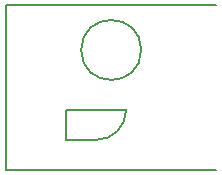
<source format=gbr>
G04 #@! TF.FileFunction,Profile,NP*
%FSLAX46Y46*%
G04 Gerber Fmt 4.6, Leading zero omitted, Abs format (unit mm)*
G04 Created by KiCad (PCBNEW 4.0.7+dfsg1-1) date Fri Jan  4 22:20:39 2019*
%MOMM*%
%LPD*%
G01*
G04 APERTURE LIST*
%ADD10C,0.100000*%
%ADD11C,0.150000*%
G04 APERTURE END LIST*
D10*
D11*
X118110000Y-107950000D02*
X115570000Y-107950000D01*
X118110000Y-107950000D02*
G75*
G03X120650000Y-105410000I0J2540000D01*
G01*
X115570000Y-105410000D02*
X115570000Y-107950000D01*
X120650000Y-105410000D02*
X115570000Y-105410000D01*
X121920000Y-100330000D02*
G75*
G03X121920000Y-100330000I-2540000J0D01*
G01*
X110490000Y-110490000D02*
X110490000Y-96520000D01*
X128270000Y-110490000D02*
X110490000Y-110490000D01*
X128270000Y-96520000D02*
X110490000Y-96520000D02*
X128270000Y-96520000D01*
M02*

</source>
